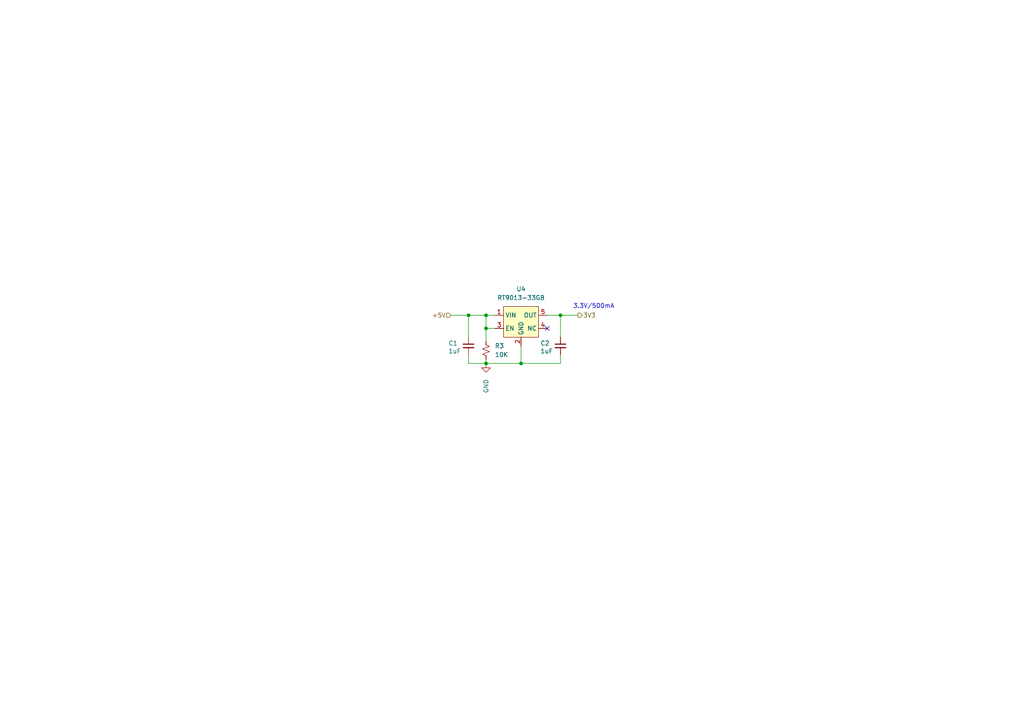
<source format=kicad_sch>
(kicad_sch (version 20250114) (generator "eeschema") (generator_version "9.0")
  (paper "A4")
  (lib_symbols
    (symbol "Device:C_Small" (pin_numbers (hide yes)) (pin_names (offset 0.254) (hide yes))
      (property "Reference" "C" (at 0.254 1.778 0))
      (property "Value" "C_Small" (at 0.254 -2.032 0))
      (symbol "C_Small_0_1"
        (polyline (pts (xy -1.524 0.508) (xy 1.524 0.508)) (stroke (width 0.3048)))
        (polyline (pts (xy -1.524 -0.508) (xy 1.524 -0.508)) (stroke (width 0.3302)))
      )
      (symbol "C_Small_1_1"
        (pin passive line (at 0 2.54 270) (length 2.032) (name "~") (number "1"))
        (pin passive line (at 0 -2.54 90) (length 2.032) (name "~") (number "2"))
      )
    )
    (symbol "Device:R_Small_US" (pin_numbers (hide yes)) (pin_names (offset 0.254) (hide yes))
      (property "Reference" "R" (at 0.762 0.508 0))
      (property "Value" "R_Small_US" (at 0.762 -1.016 0))
      (symbol "R_Small_US_1_1"
        (polyline (pts (xy 0 1.524) (xy 1.016 1.143) (xy 0 0.762) (xy -1.016 0.381) (xy 0 0)))
        (polyline (pts (xy 0 0) (xy 1.016 -0.381) (xy 0 -0.762) (xy -1.016 -1.143) (xy 0 -1.524)))
        (pin passive line (at 0 2.54 270) (length 1.016) (name "~") (number "1"))
        (pin passive line (at 0 -2.54 90) (length 1.016) (name "~") (number "2"))
      )
    )
    (symbol "User_Driver:RT9013-33GB"
      (property "Reference" "U" (at 0.762 2.54 0))
      (property "Value" "RT9013-33GB" (at 8.89 1.524 0))
      (symbol "RT9013-33GB_1_1"
        (rectangle (start 0 0) (end 10.16 -8.89) (fill (type background)))
        (pin input line (at -2.54 -2.54 0) (length 2.54) (name "VIN") (number "1"))
        (pin input line (at -2.54 -6.35 0) (length 2.54) (name "EN") (number "3"))
        (pin input line (at 5.08 -11.43 90) (length 2.54) (name "GND") (number "2"))
        (pin input line (at 12.7 -2.54 180) (length 2.54) (name "OUT") (number "5"))
        (pin input line (at 12.7 -6.35 180) (length 2.54) (name "NC") (number "4"))
      )
    )
    (symbol "power:GND" (power) (pin_numbers (hide yes)) (pin_names (offset 0) (hide yes))
      (property "Value" "GND" (at 0 -3.81 0))
      (symbol "GND_0_1"
        (polyline (pts (xy 0 0) (xy 0 -1.27) (xy 1.27 -1.27) (xy 0 -2.54) (xy -1.27 -1.27) (xy 0 -1.27)))
      )
      (symbol "GND_1_1"
        (pin power_in line (at 0 0 270) (length 0) (name "~") (number "1"))
      )
    )
  )
  (text "3.3V/500mA" (at 172.212 88.9 0) (effects (font (size 1.27 1.27))))
  (junction (at 135.89 91.44))
  (junction (at 140.97 91.44))
  (junction (at 140.97 105.41))
  (junction (at 151.13 105.41))
  (junction (at 140.97 95.25))
  (junction (at 162.56 91.44))
  (no_connect (at 158.75 95.25))
  (wire (pts (xy 140.97 95.25) (xy 140.97 99.06)))
  (wire (pts (xy 151.13 105.41) (xy 140.97 105.41)))
  (wire (pts (xy 162.56 91.44) (xy 167.64 91.44)))
  (wire (pts (xy 135.89 102.87) (xy 135.89 105.41)))
  (wire (pts (xy 162.56 102.87) (xy 162.56 105.41)))
  (wire (pts (xy 143.51 95.25) (xy 140.97 95.25)))
  (wire (pts (xy 151.13 100.33) (xy 151.13 105.41)))
  (wire (pts (xy 140.97 104.14) (xy 140.97 105.41)))
  (wire (pts (xy 135.89 105.41) (xy 140.97 105.41)))
  (wire (pts (xy 140.97 91.44) (xy 143.51 91.44)))
  (wire (pts (xy 135.89 91.44) (xy 140.97 91.44)))
  (wire (pts (xy 130.81 91.44) (xy 135.89 91.44)))
  (wire (pts (xy 162.56 97.79) (xy 162.56 91.44)))
  (wire (pts (xy 135.89 91.44) (xy 135.89 97.79)))
  (wire (pts (xy 158.75 91.44) (xy 162.56 91.44)))
  (wire (pts (xy 140.97 91.44) (xy 140.97 95.25)))
  (wire (pts (xy 162.56 105.41) (xy 151.13 105.41)))
  (hierarchical_label "+5V" (shape input) (at 130.81 91.44 180))
  (hierarchical_label "3V3" (shape output) (at 167.64 91.44 0))
  (symbol (lib_id "User_Driver:RT9013-33GB") (at 146.05 88.9 0) (unit 1)
    (property "Reference" "U4" (at 151.13 83.82 0))
    (property "Value" "RT9013-33GB" (at 151.13 86.36 0))
    (property "Footprint" "Package_TO_SOT_SMD:SOT-23-5" (effects (hide yes)))
  )
  (symbol (lib_id "Device:C_Small") (at 162.56 100.33 0) (unit 1)
    (property "Reference" "C2" (at 156.718 99.568 0) (effects (justify left)))
    (property "Value" "1uF" (at 156.718 101.854 0) (effects (justify left)))
    (property "Footprint" "Capacitor_SMD:C_0603_1608Metric_Pad1.08x0.95mm_HandSolder" (effects (hide yes)))
    (property "Description" "Unpolarized capacitor, small symbol" (effects (hide yes)))
  )
  (symbol (lib_id "Device:C_Small") (at 135.89 100.33 0) (unit 1)
    (property "Reference" "C1" (at 130.048 99.568 0) (effects (justify left)))
    (property "Value" "1uF" (at 130.048 101.854 0) (effects (justify left)))
    (property "Footprint" "Capacitor_SMD:C_0603_1608Metric_Pad1.08x0.95mm_HandSolder" (effects (hide yes)))
    (property "Description" "Unpolarized capacitor, small symbol" (effects (hide yes)))
  )
  (symbol (lib_id "power:GND") (at 140.97 105.41 0) (unit 1)
    (property "Reference" "#PWR015" (effects (hide yes)))
    (property "Value" "GND" (at 140.97 112.014 90))
    (property "Description" "Power symbol creates a global label with name \"GND\" , ground" (effects (hide yes)))
  )
  (symbol (lib_id "Device:R_Small_US") (at 140.97 101.6 0) (unit 1)
    (property "Reference" "R3" (at 143.51 100.3299 0) (effects (justify left)))
    (property "Value" "10K" (at 143.51 102.8699 0) (effects (justify left)))
    (property "Footprint" "Resistor_SMD:R_0603_1608Metric_Pad0.98x0.95mm_HandSolder" (effects (hide yes)))
    (property "Description" "Resistor, small US symbol" (effects (hide yes)))
  )
)
</source>
